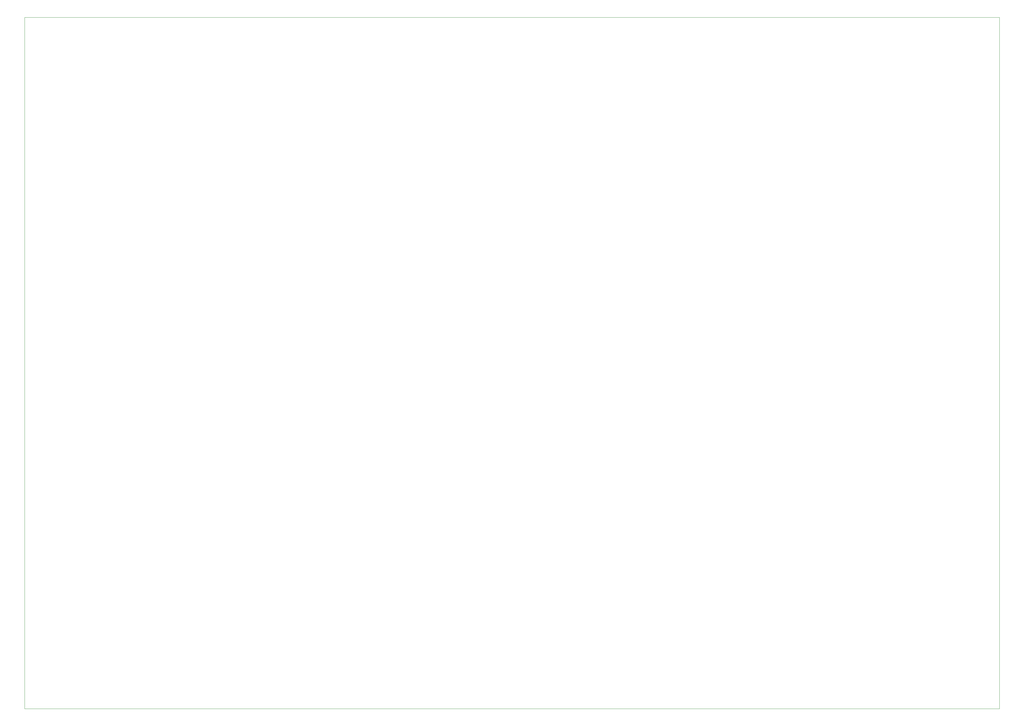
<source format=gbr>
%TF.GenerationSoftware,KiCad,Pcbnew,8.0.8*%
%TF.CreationDate,2025-10-15T12:51:47+03:00*%
%TF.ProjectId,isuzu investment 2,6973757a-7520-4696-9e76-6573746d656e,rev?*%
%TF.SameCoordinates,Original*%
%TF.FileFunction,Profile,NP*%
%FSLAX46Y46*%
G04 Gerber Fmt 4.6, Leading zero omitted, Abs format (unit mm)*
G04 Created by KiCad (PCBNEW 8.0.8) date 2025-10-15 12:51:47*
%MOMM*%
%LPD*%
G01*
G04 APERTURE LIST*
%TA.AperFunction,Profile*%
%ADD10C,0.050000*%
%TD*%
G04 APERTURE END LIST*
D10*
X1150000Y-240000D02*
X296620000Y-240000D01*
X296620000Y-209760000D01*
X1150000Y-209760000D01*
X1150000Y-240000D01*
M02*

</source>
